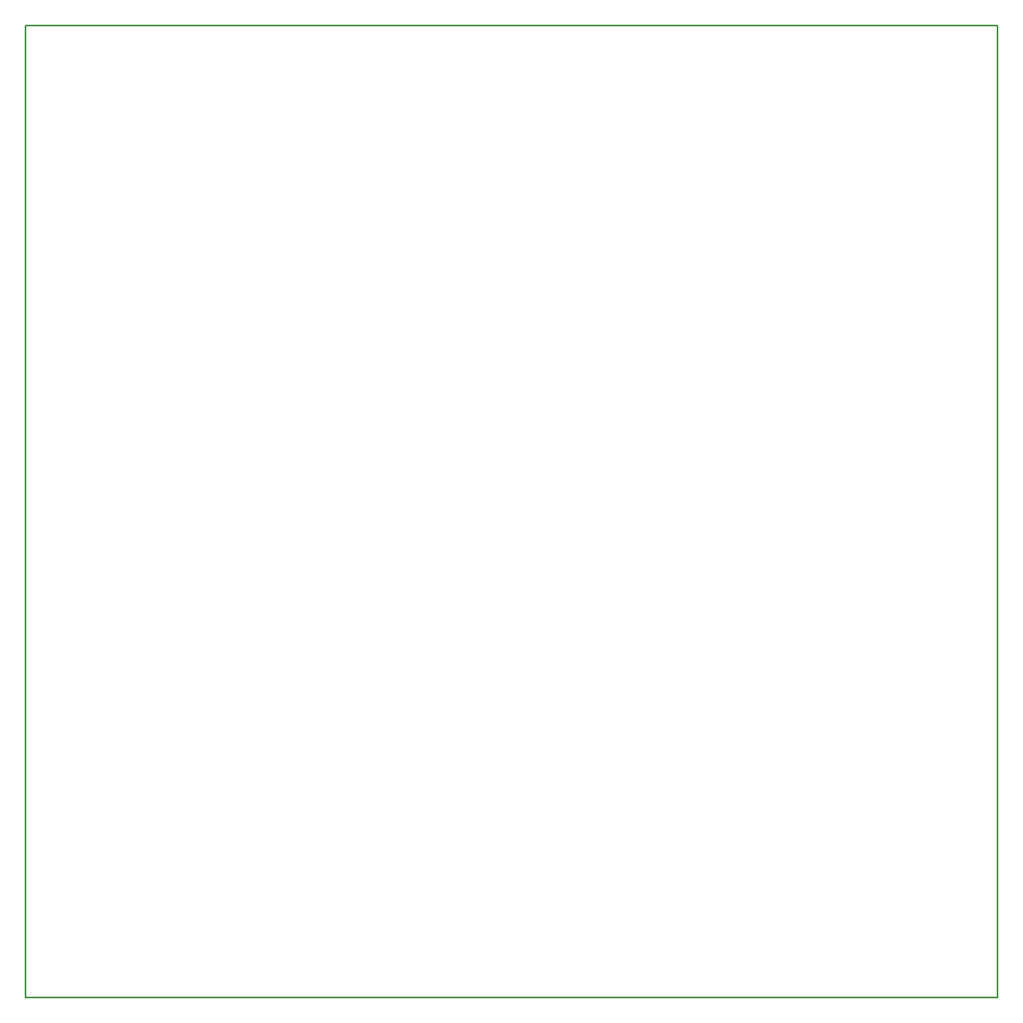
<source format=gbr>
%FSLAX34Y34*%
G04 Gerber Fmt 3.4, Leading zero omitted, Abs format*
G04 (created by PCBNEW (2014-jan-25)-product) date Sun 13 Jul 2014 03:50:37 PM PDT*
%MOIN*%
G01*
G70*
G90*
G04 APERTURE LIST*
%ADD10C,0.005906*%
%ADD11C,0.008000*%
G04 APERTURE END LIST*
G54D10*
G54D11*
X10314Y-49685D02*
X10314Y-10314D01*
X49685Y-49685D02*
X10314Y-49685D01*
X49685Y-10314D02*
X49685Y-49685D01*
X10314Y-10314D02*
X49685Y-10314D01*
M02*

</source>
